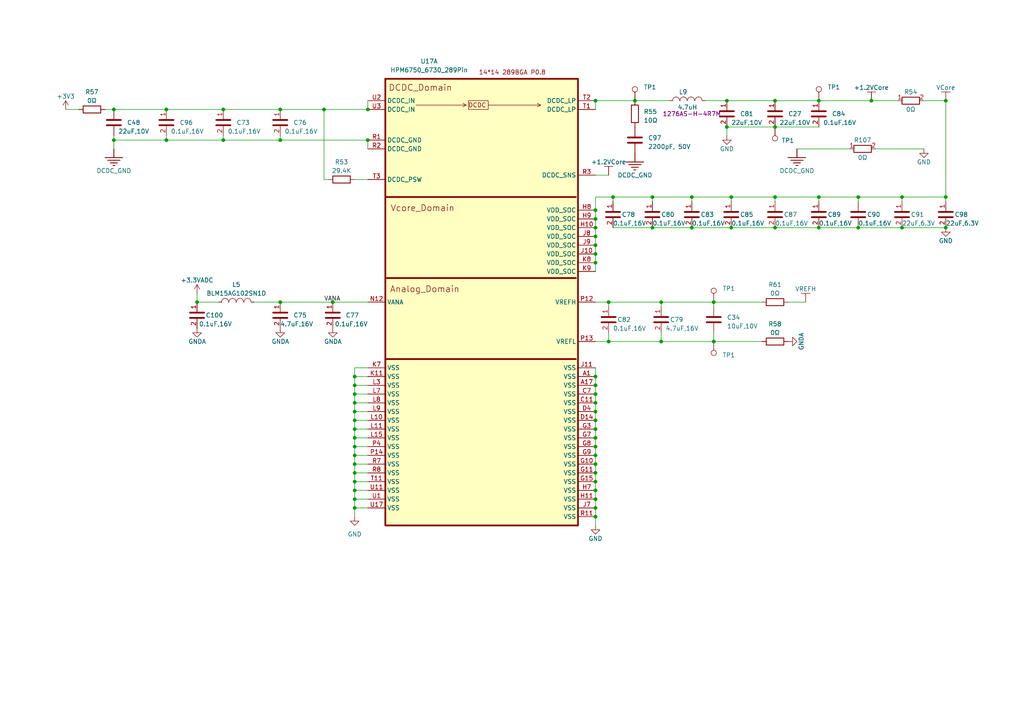
<source format=kicad_sch>
(kicad_sch (version 20230121) (generator eeschema)
  (paper "A4")
  (junction (at 274.32 66.04))
  (junction (at 102.87 121.92))
  (junction (at 207.01 87.63))
  (junction (at 224.79 29.21))
  (junction (at 172.72 73.66))
  (junction (at 212.09 66.04))
  (junction (at 172.72 63.5))
  (junction (at 172.72 127))
  (junction (at 274.32 29.21))
  (junction (at 189.23 57.15))
  (junction (at 172.72 111.76))
  (junction (at 93.98 31.75))
  (junction (at 237.49 29.21))
  (junction (at 81.28 40.64))
  (junction (at 48.26 31.75))
  (junction (at 172.72 134.62))
  (junction (at 172.72 109.22))
  (junction (at 81.28 87.63))
  (junction (at 102.87 137.16))
  (junction (at 172.72 116.84))
  (junction (at 172.72 147.32))
  (junction (at 191.77 87.63))
  (junction (at 177.8 57.15))
  (junction (at 172.72 68.58))
  (junction (at 172.72 114.3))
  (junction (at 224.79 36.83))
  (junction (at 237.49 57.15))
  (junction (at 210.82 29.21))
  (junction (at 261.62 66.04))
  (junction (at 172.72 129.54))
  (junction (at 172.72 137.16))
  (junction (at 102.87 127))
  (junction (at 184.15 29.21))
  (junction (at 102.87 116.84))
  (junction (at 172.72 29.21))
  (junction (at 102.87 129.54))
  (junction (at 64.77 31.75))
  (junction (at 176.53 87.63))
  (junction (at 252.73 29.21))
  (junction (at 172.72 144.78))
  (junction (at 172.72 121.92))
  (junction (at 102.87 124.46))
  (junction (at 224.79 66.04))
  (junction (at 57.15 87.63))
  (junction (at 207.01 99.06))
  (junction (at 106.68 31.75))
  (junction (at 172.72 66.04))
  (junction (at 102.87 109.22))
  (junction (at 33.02 31.75))
  (junction (at 200.66 66.04))
  (junction (at 237.49 66.04))
  (junction (at 106.68 40.64))
  (junction (at 102.87 111.76))
  (junction (at 96.52 87.63))
  (junction (at 102.87 139.7))
  (junction (at 224.79 57.15))
  (junction (at 176.53 99.06))
  (junction (at 172.72 60.96))
  (junction (at 102.87 142.24))
  (junction (at 102.87 114.3))
  (junction (at 172.72 124.46))
  (junction (at 33.02 40.64))
  (junction (at 172.72 149.86))
  (junction (at 212.09 57.15))
  (junction (at 102.87 147.32))
  (junction (at 261.62 57.15))
  (junction (at 172.72 119.38))
  (junction (at 189.23 66.04))
  (junction (at 172.72 142.24))
  (junction (at 48.26 40.64))
  (junction (at 102.87 134.62))
  (junction (at 172.72 132.08))
  (junction (at 172.72 76.2))
  (junction (at 102.87 144.78))
  (junction (at 274.32 57.15))
  (junction (at 248.92 66.04))
  (junction (at 102.87 119.38))
  (junction (at 64.77 40.64))
  (junction (at 102.87 132.08))
  (junction (at 172.72 71.12))
  (junction (at 172.72 139.7))
  (junction (at 248.92 57.15))
  (junction (at 81.28 31.75))
  (junction (at 191.77 99.06))
  (junction (at 200.66 57.15))
  (junction (at 210.82 36.83))
  (wire (pts (xy 204.47 29.21) (xy 210.82 29.21)))
  (wire (pts (xy 81.28 87.63) (xy 96.52 87.63)))
  (wire (pts (xy 212.09 57.15) (xy 224.79 57.15)))
  (wire (pts (xy 184.15 29.21) (xy 194.31 29.21)))
  (wire (pts (xy 191.77 88.9) (xy 191.77 87.63)))
  (wire (pts (xy 93.98 31.75) (xy 93.98 52.07)))
  (wire (pts (xy 261.62 57.15) (xy 261.62 58.42)))
  (wire (pts (xy 176.53 87.63) (xy 191.77 87.63)))
  (wire (pts (xy 102.87 129.54) (xy 102.87 132.08)))
  (wire (pts (xy 102.87 109.22) (xy 106.68 109.22)))
  (wire (pts (xy 172.72 68.58) (xy 172.72 71.12)))
  (wire (pts (xy 172.72 119.38) (xy 172.72 121.92)))
  (wire (pts (xy 248.92 66.04) (xy 261.62 66.04)))
  (wire (pts (xy 189.23 66.04) (xy 200.66 66.04)))
  (wire (pts (xy 102.87 137.16) (xy 106.68 137.16)))
  (wire (pts (xy 64.77 31.75) (xy 81.28 31.75)))
  (wire (pts (xy 237.49 66.04) (xy 248.92 66.04)))
  (wire (pts (xy 191.77 96.52) (xy 191.77 99.06)))
  (wire (pts (xy 172.72 114.3) (xy 172.72 116.84)))
  (wire (pts (xy 102.87 134.62) (xy 106.68 134.62)))
  (wire (pts (xy 102.87 116.84) (xy 106.68 116.84)))
  (wire (pts (xy 102.87 114.3) (xy 106.68 114.3)))
  (wire (pts (xy 172.72 99.06) (xy 176.53 99.06)))
  (wire (pts (xy 261.62 57.15) (xy 274.32 57.15)))
  (wire (pts (xy 191.77 99.06) (xy 207.01 99.06)))
  (wire (pts (xy 172.72 149.86) (xy 172.72 152.4)))
  (wire (pts (xy 30.48 31.75) (xy 33.02 31.75)))
  (wire (pts (xy 172.72 29.21) (xy 184.15 29.21)))
  (wire (pts (xy 57.15 87.63) (xy 57.15 85.09)))
  (wire (pts (xy 106.68 29.21) (xy 106.68 31.75)))
  (wire (pts (xy 172.72 87.63) (xy 176.53 87.63)))
  (wire (pts (xy 102.87 106.68) (xy 102.87 109.22)))
  (wire (pts (xy 207.01 87.63) (xy 207.01 88.9)))
  (wire (pts (xy 191.77 87.63) (xy 207.01 87.63)))
  (wire (pts (xy 81.28 40.64) (xy 106.68 40.64)))
  (wire (pts (xy 102.87 116.84) (xy 102.87 119.38)))
  (wire (pts (xy 248.92 57.15) (xy 261.62 57.15)))
  (wire (pts (xy 172.72 106.68) (xy 172.72 109.22)))
  (wire (pts (xy 33.02 31.75) (xy 48.26 31.75)))
  (wire (pts (xy 102.87 142.24) (xy 106.68 142.24)))
  (wire (pts (xy 33.02 40.64) (xy 33.02 43.18)))
  (wire (pts (xy 102.87 134.62) (xy 102.87 137.16)))
  (wire (pts (xy 172.72 73.66) (xy 172.72 76.2)))
  (wire (pts (xy 64.77 39.37) (xy 64.77 40.64)))
  (wire (pts (xy 33.02 40.64) (xy 48.26 40.64)))
  (wire (pts (xy 172.72 124.46) (xy 172.72 127)))
  (wire (pts (xy 274.32 58.42) (xy 274.32 57.15)))
  (wire (pts (xy 207.01 99.06) (xy 220.98 99.06)))
  (wire (pts (xy 81.28 31.75) (xy 93.98 31.75)))
  (wire (pts (xy 102.87 111.76) (xy 102.87 114.3)))
  (wire (pts (xy 248.92 57.15) (xy 248.92 58.42)))
  (wire (pts (xy 102.87 144.78) (xy 106.68 144.78)))
  (wire (pts (xy 102.87 147.32) (xy 102.87 149.86)))
  (wire (pts (xy 102.87 147.32) (xy 106.68 147.32)))
  (wire (pts (xy 224.79 29.21) (xy 237.49 29.21)))
  (wire (pts (xy 274.32 29.21) (xy 274.32 57.15)))
  (wire (pts (xy 224.79 66.04) (xy 237.49 66.04)))
  (wire (pts (xy 48.26 31.75) (xy 64.77 31.75)))
  (wire (pts (xy 207.01 87.63) (xy 220.98 87.63)))
  (wire (pts (xy 176.53 50.8) (xy 172.72 50.8)))
  (wire (pts (xy 176.53 88.9) (xy 176.53 87.63)))
  (wire (pts (xy 63.5 87.63) (xy 57.15 87.63)))
  (wire (pts (xy 172.72 57.15) (xy 172.72 60.96)))
  (wire (pts (xy 172.72 66.04) (xy 172.72 68.58)))
  (wire (pts (xy 102.87 127) (xy 102.87 129.54)))
  (wire (pts (xy 261.62 66.04) (xy 274.32 66.04)))
  (wire (pts (xy 212.09 57.15) (xy 212.09 58.42)))
  (wire (pts (xy 172.72 134.62) (xy 172.72 137.16)))
  (wire (pts (xy 102.87 114.3) (xy 102.87 116.84)))
  (wire (pts (xy 172.72 144.78) (xy 172.72 147.32)))
  (wire (pts (xy 102.87 52.07) (xy 106.68 52.07)))
  (wire (pts (xy 102.87 121.92) (xy 106.68 121.92)))
  (wire (pts (xy 95.25 52.07) (xy 93.98 52.07)))
  (wire (pts (xy 172.72 132.08) (xy 172.72 134.62)))
  (wire (pts (xy 207.01 96.52) (xy 207.01 99.06)))
  (wire (pts (xy 102.87 129.54) (xy 106.68 129.54)))
  (wire (pts (xy 224.79 36.83) (xy 237.49 36.83)))
  (wire (pts (xy 102.87 127) (xy 106.68 127)))
  (wire (pts (xy 102.87 139.7) (xy 106.68 139.7)))
  (wire (pts (xy 102.87 111.76) (xy 106.68 111.76)))
  (wire (pts (xy 106.68 40.64) (xy 106.68 43.18)))
  (wire (pts (xy 210.82 36.83) (xy 210.82 39.37)))
  (wire (pts (xy 172.72 116.84) (xy 172.72 119.38)))
  (wire (pts (xy 106.68 106.68) (xy 102.87 106.68)))
  (wire (pts (xy 172.72 109.22) (xy 172.72 111.76)))
  (wire (pts (xy 172.72 57.15) (xy 177.8 57.15)))
  (wire (pts (xy 102.87 124.46) (xy 102.87 127)))
  (wire (pts (xy 33.02 40.64) (xy 33.02 39.37)))
  (wire (pts (xy 19.05 31.75) (xy 22.86 31.75)))
  (wire (pts (xy 102.87 119.38) (xy 102.87 121.92)))
  (wire (pts (xy 102.87 124.46) (xy 106.68 124.46)))
  (wire (pts (xy 246.38 43.18) (xy 231.14 43.18)))
  (wire (pts (xy 172.72 111.76) (xy 172.72 114.3)))
  (wire (pts (xy 233.68 87.63) (xy 228.6 87.63)))
  (wire (pts (xy 81.28 39.37) (xy 81.28 40.64)))
  (wire (pts (xy 172.72 147.32) (xy 172.72 149.86)))
  (wire (pts (xy 224.79 57.15) (xy 237.49 57.15)))
  (wire (pts (xy 177.8 66.04) (xy 189.23 66.04)))
  (wire (pts (xy 252.73 29.21) (xy 260.35 29.21)))
  (wire (pts (xy 212.09 66.04) (xy 224.79 66.04)))
  (wire (pts (xy 177.8 57.15) (xy 177.8 58.42)))
  (wire (pts (xy 210.82 36.83) (xy 224.79 36.83)))
  (wire (pts (xy 189.23 57.15) (xy 189.23 58.42)))
  (wire (pts (xy 102.87 132.08) (xy 102.87 134.62)))
  (wire (pts (xy 48.26 40.64) (xy 64.77 40.64)))
  (wire (pts (xy 172.72 142.24) (xy 172.72 144.78)))
  (wire (pts (xy 172.72 121.92) (xy 172.72 124.46)))
  (wire (pts (xy 210.82 29.21) (xy 224.79 29.21)))
  (wire (pts (xy 102.87 121.92) (xy 102.87 124.46)))
  (wire (pts (xy 237.49 29.21) (xy 252.73 29.21)))
  (wire (pts (xy 102.87 109.22) (xy 102.87 111.76)))
  (wire (pts (xy 200.66 57.15) (xy 200.66 58.42)))
  (wire (pts (xy 177.8 57.15) (xy 189.23 57.15)))
  (wire (pts (xy 102.87 144.78) (xy 102.87 147.32)))
  (wire (pts (xy 172.72 76.2) (xy 172.72 78.74)))
  (wire (pts (xy 237.49 57.15) (xy 248.92 57.15)))
  (wire (pts (xy 176.53 96.52) (xy 176.53 99.06)))
  (wire (pts (xy 172.72 60.96) (xy 172.72 63.5)))
  (wire (pts (xy 93.98 31.75) (xy 106.68 31.75)))
  (wire (pts (xy 176.53 99.06) (xy 191.77 99.06)))
  (wire (pts (xy 102.87 132.08) (xy 106.68 132.08)))
  (wire (pts (xy 189.23 57.15) (xy 200.66 57.15)))
  (wire (pts (xy 172.72 137.16) (xy 172.72 139.7)))
  (wire (pts (xy 172.72 139.7) (xy 172.72 142.24)))
  (wire (pts (xy 48.26 39.37) (xy 48.26 40.64)))
  (wire (pts (xy 102.87 119.38) (xy 106.68 119.38)))
  (wire (pts (xy 237.49 57.15) (xy 237.49 58.42)))
  (wire (pts (xy 172.72 71.12) (xy 172.72 73.66)))
  (wire (pts (xy 172.72 63.5) (xy 172.72 66.04)))
  (wire (pts (xy 102.87 137.16) (xy 102.87 139.7)))
  (wire (pts (xy 64.77 40.64) (xy 81.28 40.64)))
  (wire (pts (xy 172.72 127) (xy 172.72 129.54)))
  (wire (pts (xy 200.66 66.04) (xy 212.09 66.04)))
  (wire (pts (xy 267.97 43.18) (xy 254 43.18)))
  (wire (pts (xy 267.97 29.21) (xy 274.32 29.21)))
  (wire (pts (xy 102.87 139.7) (xy 102.87 142.24)))
  (wire (pts (xy 224.79 57.15) (xy 224.79 58.42)))
  (wire (pts (xy 172.72 129.54) (xy 172.72 132.08)))
  (wire (pts (xy 73.66 87.63) (xy 81.28 87.63)))
  (wire (pts (xy 172.72 31.75) (xy 172.72 29.21)))
  (wire (pts (xy 96.52 87.63) (xy 106.68 87.63)))
  (wire (pts (xy 200.66 57.15) (xy 212.09 57.15)))
  (wire (pts (xy 102.87 142.24) (xy 102.87 144.78)))
  (label "VANA" (at 93.98 87.63 0))
  (symbol (lib_id "03_HPM_CAP:10uF,10V") (at 207.01 92.71 0) (unit 1)
    (property "Reference" "C34" (at 210.82 92.075 0) (effects (justify left)))
    (property "Value" "10uF,10V" (at 210.82 94.615 0) (effects (justify left)))
    (property "Footprint" "03_HPM_CAP:C_0603_1608Metric" (effects hide))
    (instances (project "HPM6750_ADC_EVK_RevA" (path "" (reference "C34") (unit 1)) (path "" (reference "C99") (unit 1))))
  )
  (symbol (lib_name "0.1uF,16V_11") (lib_id "03_HPM_CAP:0.1uF,16V") (at 248.92 62.23 0) (unit 1)
    (property "Reference" "C90" (at 251.46 62.23 0) (effects (justify left)))
    (property "Value" "0.1uF,16V" (at 248.92 64.77 0) (effects (justify left)))
    (property "Footprint" "03_HPM_CAP:C_0402_1005Metric" (effects hide))
    (instances (project "HPM6750_ADC_EVK_RevA" (path "" (reference "C90") (unit 1))) (project "EVK_REVC" (path "" (reference "C21") (unit 1))))
  )
  (symbol (lib_id "Connector:TestPoint") (at 207.01 87.63 0) (unit 1)
    (property "Reference" "TP1" (at 209.55 83.693 0) (effects (justify left)))
    (property "Value" "Vref_H" (effects hide))
    (property "Footprint" "TestPoint:TestPoint_Pad_D1.0mm" (effects hide))
    (instances (project "HPM6750_ADC_EVK_RevA" (path "" (reference "TP1") (unit 1)) (path "" (reference "TP14") (unit 1))))
  )
  (symbol (lib_name "0.1uF,16V_7") (lib_id "03_HPM_CAP:0.1uF,16V") (at 200.66 62.23 0) (unit 1)
    (property "Reference" "C83" (at 203.2 62.23 0) (effects (justify left)))
    (property "Value" "0.1uF,16V" (at 200.66 64.77 0) (effects (justify left)))
    (property "Footprint" "03_HPM_CAP:C_0402_1005Metric" (effects hide))
    (instances (project "HPM6750_ADC_EVK_RevA" (path "" (reference "C83") (unit 1))) (project "EVK_REVC" (path "" (reference "C16") (unit 1))))
  )
  (symbol (lib_id "power:DCDC_GND") (at 184.15 44.45 0) (unit 1)
    (property "Reference" "#PWR0163" (effects hide))
    (property "Value" "DCDC_GND" (at 189.23 50.8 0) (effects (justify right)))
    (instances (project "HPM6750_ADC_EVK_RevA" (path "" (reference "#PWR0163") (unit 1))) (project "HPM6200EVK" (path "" (reference "#PWR0258") (unit 1))))
  )
  (symbol (lib_name "4.7uF,10V_1") (lib_id "03_HPM_CAP:4.7uF,10V") (at 81.28 91.44 0) (mirror y) (unit 1)
    (property "Reference" "C75" (at 85.09 91.44 0) (effects (justify right)))
    (property "Value" "4.7uF,16V" (at 81.28 93.98 0) (effects (justify right)))
    (property "Footprint" "03_HPM_CAP:C_0402_1005Metric" (effects hide))
    (instances (project "HPM6750_ADC_EVK_RevA" (path "" (reference "C75") (unit 1))) (project "EVK_REVC" (path "" (reference "C25") (unit 1))))
  )
  (symbol (lib_name "0Ω_1") (lib_id "02_HPM_Resis:0Ω") (at 26.67 31.75 0) (unit 1)
    (property "Reference" "R57" (at 26.67 26.67 0))
    (property "Value" "0Ω" (at 26.67 29.21 0))
    (property "Footprint" "02_HPM_Resis:R_0805_2012Metric" (effects hide))
  )
  (symbol (lib_id "power:GNDA") (at 81.28 95.25 0) (unit 1)
    (property "Reference" "#PWR0144" (effects hide))
    (property "Value" "GNDA" (at 78.74 99.06 0) (effects (justify left)))
    (instances (project "HPM6750_ADC_EVK_RevA" (path "" (reference "#PWR0144") (unit 1))) (project "EVK_REVC" (path "" (reference "#PWR0114") (unit 1))))
  )
  (symbol (lib_name "0.1uF,16V_3") (lib_id "03_HPM_CAP:0.1uF,16V") (at 57.15 91.44 0) (mirror y) (unit 1)
    (property "Reference" "C100" (at 64.77 91.44 0) (effects (justify left)))
    (property "Value" "0.1uF,16V" (at 67.31 93.98 0) (effects (justify left)))
    (property "Footprint" "03_HPM_CAP:C_0402_1005Metric" (effects hide))
    (instances (project "HPM6750_ADC_EVK_RevA" (path "" (reference "C100") (unit 1))) (project "EVK_REVC" (path "" (reference "C27") (unit 1))))
  )
  (symbol (lib_name "0.1uF,16V_2") (lib_id "03_HPM_CAP:0.1uF,16V") (at 81.28 35.56 0) (unit 1)
    (property "Reference" "C76" (at 85.09 35.56 0) (effects (justify left)))
    (property "Value" "0.1uF,16V" (at 82.55 38.1 0) (effects (justify left)))
    (property "Footprint" "03_HPM_CAP:C_0402_1005Metric" (effects hide))
    (instances (project "HPM6750_ADC_EVK_RevA" (path "" (reference "C76") (unit 1))) (project "EVK_REVC" (path "" (reference "C7") (unit 1))))
  )
  (symbol (lib_id "kicad_lceda:BLM15AG102SN1D") (at 68.58 87.63 0) (unit 1)
    (property "Reference" "L5" (at 68.5546 82.55 0))
    (property "Value" "BLM15AG102SN1D" (at 68.5546 85.09 0))
    (property "Footprint" "kicad_lceda:L0402" (effects hide))
    (property "Datasheet" "http://www.szlcsc.com/product/details_78010.html" (effects hide))
    (property "SuppliersPartNumber" "C76883" (effects hide))
    (property "uuid" "std:31453510072c4f8e98ec6bbf092c7702" (effects hide))
    (instances (project "HPM6750_ADC_EVK_RevA" (path "" (reference "L5") (unit 1)) (path "" (reference "L10") (unit 1))))
  )
  (symbol (lib_name "0Ω_2") (lib_id "02_HPM_Resis:0Ω") (at 224.79 99.06 0) (unit 1)
    (property "Reference" "R58" (at 224.79 93.98 0))
    (property "Value" "0Ω" (at 224.79 96.52 0))
    (property "Footprint" "02_HPM_Resis:R_0603_1608Metric" (effects hide))
  )
  (symbol (lib_name "0.1uF,16V_3") (lib_id "03_HPM_CAP:0.1uF,16V") (at 96.52 91.44 0) (mirror y) (unit 1)
    (property "Reference" "C77" (at 104.14 91.44 0) (effects (justify left)))
    (property "Value" "0.1uF,16V" (at 106.68 93.98 0) (effects (justify left)))
    (property "Footprint" "03_HPM_CAP:C_0402_1005Metric" (effects hide))
    (instances (project "HPM6750_ADC_EVK_RevA" (path "" (reference "C77") (unit 1))) (project "EVK_REVC" (path "" (reference "C27") (unit 1))))
  )
  (symbol (lib_id "Connector:TestPoint") (at 184.15 29.21 0) (unit 1)
    (property "Reference" "TP1" (at 186.69 25.273 0) (effects (justify left)))
    (property "Value" "DCDC_LP" (effects hide))
    (property "Footprint" "TestPoint:TestPoint_Pad_D1.0mm" (effects hide))
    (instances (project "HPM6750_ADC_EVK_RevA" (path "" (reference "TP1") (unit 1)) (path "" (reference "TP11") (unit 1))))
  )
  (symbol (lib_name "0.1uF,16V_2") (lib_id "03_HPM_CAP:0.1uF,16V") (at 64.77 35.56 0) (unit 1)
    (property "Reference" "C73" (at 68.58 35.56 0) (effects (justify left)))
    (property "Value" "0.1uF,16V" (at 66.04 38.1 0) (effects (justify left)))
    (property "Footprint" "03_HPM_CAP:C_0402_1005Metric" (effects hide))
    (instances (project "HPM6750_ADC_EVK_RevA" (path "" (reference "C73") (unit 1))) (project "EVK_REVC" (path "" (reference "C7") (unit 1))))
  )
  (symbol (lib_id "power:GNDA") (at 57.15 95.25 0) (unit 1)
    (property "Reference" "#PWR0152" (effects hide))
    (property "Value" "GNDA" (at 54.61 99.06 0) (effects (justify left)))
    (instances (project "HPM6750_ADC_EVK_RevA" (path "" (reference "#PWR0152") (unit 1))) (project "EVK_REVC" (path "" (reference "#PWR0114") (unit 1))))
  )
  (symbol (lib_name "22uF,6.3V_1") (lib_id "03_HPM_CAP:22uF,6.3V") (at 274.32 62.23 0) (unit 1)
    (property "Reference" "C98" (at 276.86 62.23 0) (effects (justify left)))
    (property "Value" "22uF,6.3V" (at 274.32 64.77 0) (effects (justify left)))
    (property "Footprint" "03_HPM_CAP:C_0402_1005Metric" (effects hide))
    (instances (project "HPM6750_ADC_EVK_RevA" (path "" (reference "C98") (unit 1))) (project "EVK_REVC" (path "" (reference "C10") (unit 1))))
  )
  (symbol (lib_name "0.1uF,16V_6") (lib_id "03_HPM_CAP:0.1uF,16V") (at 177.8 62.23 0) (unit 1)
    (property "Reference" "C78" (at 180.34 62.23 0) (effects (justify left)))
    (property "Value" "0.1uF,16V" (at 177.8 64.77 0) (effects (justify left)))
    (property "Footprint" "03_HPM_CAP:C_0402_1005Metric" (effects hide))
    (instances (project "HPM6750_ADC_EVK_RevA" (path "" (reference "C78") (unit 1))) (project "EVK_REVC" (path "" (reference "C14") (unit 1))))
  )
  (symbol (lib_name "0.1uF,16V_4") (lib_id "03_HPM_CAP:0.1uF,16V") (at 237.49 33.02 0) (unit 1)
    (property "Reference" "C84" (at 241.3 33.02 0) (effects (justify left)))
    (property "Value" "0.1uF,16V" (at 238.76 35.56 0) (effects (justify left)))
    (property "Footprint" "03_HPM_CAP:C_0402_1005Metric" (effects hide))
    (instances (project "HPM6750_ADC_EVK_RevA" (path "" (reference "C84") (unit 1))) (project "EVK_REVC" (path "" (reference "C11") (unit 1))))
  )
  (symbol (lib_name "0Ω_2") (lib_id "02_HPM_Resis:0Ω") (at 224.79 87.63 0) (unit 1)
    (property "Reference" "R61" (at 224.79 82.55 0))
    (property "Value" "0Ω" (at 224.79 85.09 0))
    (property "Footprint" "02_HPM_Resis:R_0603_1608Metric" (effects hide))
  )
  (symbol (lib_name "0Ω_4") (lib_id "02_HPM_Resis:0Ω") (at 264.16 29.21 0) (unit 1)
    (property "Reference" "R54" (at 264.16 26.67 0))
    (property "Value" "0Ω" (at 264.16 31.75 0))
    (property "Footprint" "02_HPM_Resis:R_0805_2012Metric" (effects hide))
    (instances (project "HPM6750_ADC_EVK_RevA" (path "" (reference "R54") (unit 1))) (project "EVK_REVC" (path "" (reference "R443") (unit 1))))
  )
  (symbol (lib_id "03_HPM_CAP:0.1uF,16V") (at 176.53 92.71 0) (unit 1)
    (property "Reference" "C82" (at 179.07 92.71 0) (effects (justify left)))
    (property "Value" "0.1uF,16V" (at 177.8 95.25 0) (effects (justify left)))
    (property "Footprint" "03_HPM_CAP:C_0402_1005Metric" (effects hide))
    (instances (project "HPM6750_ADC_EVK_RevA" (path "" (reference "C82") (unit 1))) (project "EVK_REVC" (path "" (reference "C317") (unit 1))))
  )
  (symbol (lib_id "power:GNDA") (at 228.6 99.06 90) (unit 1)
    (property "Reference" "#PWR0150" (effects hide))
    (property "Value" "GNDA" (at 232.41 101.6 0) (effects (justify left)))
    (instances (project "HPM6750_ADC_EVK_RevA" (path "" (reference "#PWR0150") (unit 1))) (project "EVK_REVC" (path "" (reference "#PWR0116") (unit 1))))
  )
  (symbol (lib_name "0Ω_4") (lib_id "02_HPM_Resis:0Ω") (at 250.19 43.18 0) (unit 1)
    (property "Reference" "R107" (at 250.19 40.64 0))
    (property "Value" "0Ω" (at 250.19 45.72 0))
    (property "Footprint" "02_HPM_Resis:R_0805_2012Metric" (effects hide))
    (instances (project "HPM6750_ADC_EVK_RevA" (path "" (reference "R107") (unit 1))) (project "EVK_REVC" (path "" (reference "R443") (unit 1))))
  )
  (symbol (lib_id "03_HPM_CAP:22uF,10V") (at 33.02 35.56 0) (unit 1)
    (property "Reference" "C48" (at 36.83 35.56 0) (effects (justify left)))
    (property "Value" "22uF,10V" (at 34.29 38.1 0) (effects (justify left)))
    (property "Footprint" "03_HPM_CAP:C_0603_1608Metric" (effects hide))
    (instances (project "HPM6750_ADC_EVK_RevA" (path "" (reference "C48") (unit 1)) (path "" (reference "C72") (unit 1))))
  )
  (symbol (lib_id "hpm_power:+1.2VCore") (at 252.73 29.21 0) (unit 1) (in_bom no) (on_board no)
    (property "Reference" "#PWR0162" (effects hide))
    (property "Value" "+1.2VCore" (at 252.73 25.4 0))
  )
  (symbol (lib_name "22uF,6.3V_1") (lib_id "03_HPM_CAP:22uF,6.3V") (at 261.62 62.23 0) (unit 1)
    (property "Reference" "C91" (at 264.16 62.23 0) (effects (justify left)))
    (property "Value" "22uF,6.3V" (at 261.62 64.77 0) (effects (justify left)))
    (property "Footprint" "03_HPM_CAP:C_0402_1005Metric" (effects hide))
    (instances (project "HPM6750_ADC_EVK_RevA" (path "" (reference "C91") (unit 1))) (project "EVK_REVC" (path "" (reference "C10") (unit 1))))
  )
  (symbol (lib_name "0.1uF,16V_10") (lib_id "03_HPM_CAP:0.1uF,16V") (at 237.49 62.23 0) (unit 1)
    (property "Reference" "C89" (at 240.03 62.23 0) (effects (justify left)))
    (property "Value" "0.1uF,16V" (at 237.49 64.77 0) (effects (justify left)))
    (property "Footprint" "03_HPM_CAP:C_0402_1005Metric" (effects hide))
    (instances (project "HPM6750_ADC_EVK_RevA" (path "" (reference "C89") (unit 1))) (project "EVK_REVC" (path "" (reference "C20") (unit 1))))
  )
  (symbol (lib_id "02_HPM_Resis:33K") (at 99.06 52.07 0) (unit 1)
    (property "Reference" "R53" (at 99.06 46.99 0))
    (property "Value" "29.4K" (at 99.06 49.53 0))
    (property "Footprint" "02_HPM_Resis:R_0402_1005Metric" (effects hide))
  )
  (symbol (lib_name "0.1uF,16V_2") (lib_id "03_HPM_CAP:0.1uF,16V") (at 48.26 35.56 0) (unit 1)
    (property "Reference" "C96" (at 52.07 35.56 0) (effects (justify left)))
    (property "Value" "0.1uF,16V" (at 49.53 38.1 0) (effects (justify left)))
    (property "Footprint" "03_HPM_CAP:C_0402_1005Metric" (effects hide))
    (instances (project "HPM6750_ADC_EVK_RevA" (path "" (reference "C96") (unit 1))) (project "EVK_REVC" (path "" (reference "C7") (unit 1))))
  )
  (symbol (lib_name "22uF,6.3V_1") (lib_id "03_HPM_CAP:22uF,6.3V") (at 210.82 33.02 0) (unit 1)
    (property "Reference" "C81" (at 214.63 33.02 0) (effects (justify left)))
    (property "Value" "22uF,10V" (at 212.09 35.56 0) (effects (justify left)))
    (property "Footprint" "03_HPM_CAP:C_0603_1608Metric" (effects hide))
    (instances (project "HPM6750_ADC_EVK_RevA" (path "" (reference "C81") (unit 1))) (project "EVK_REVC" (path "" (reference "C10") (unit 1))))
  )
  (symbol (lib_id "02_HPM_Resis:10Ω") (at 184.15 33.02 90) (unit 1)
    (property "Reference" "R55" (at 186.69 32.385 90) (effects (justify right)))
    (property "Value" "10Ω" (at 186.69 34.925 90) (effects (justify right)))
    (property "Footprint" "02_HPM_Resis:R_0402_1005Metric" (effects hide))
  )
  (symbol (lib_name "4.7uF,10V_2") (lib_id "03_HPM_CAP:4.7uF,10V") (at 191.77 92.71 0) (unit 1)
    (property "Reference" "C79" (at 194.31 92.71 0) (effects (justify left)))
    (property "Value" "4.7uF,16V" (at 193.04 95.25 0) (effects (justify left)))
    (property "Footprint" "03_HPM_CAP:C_0402_1005Metric" (effects hide))
    (instances (project "HPM6750_ADC_EVK_RevA" (path "" (reference "C79") (unit 1))) (project "EVK_REVC" (path "" (reference "C26") (unit 1))))
  )
  (symbol (lib_id "power:DCDC_GND") (at 33.02 43.18 0) (unit 1)
    (property "Reference" "#PWR0141" (effects hide))
    (property "Value" "DCDC_GND" (at 38.1 49.53 0) (effects (justify right)))
    (instances (project "HPM6750_ADC_EVK_RevA" (path "" (reference "#PWR0141") (unit 1))) (project "HPM6200EVK" (path "" (reference "#PWR0258") (unit 1))))
  )
  (symbol (lib_id "hpm_power:VCore") (at 274.32 29.21 0) (unit 1) (in_bom no) (on_board no)
    (property "Reference" "#PWR0153" (effects hide))
    (property "Value" "VCore" (at 274.32 25.4 0))
  )
  (symbol (lib_id "power:+3.3VADC") (at 57.15 85.09 0) (unit 1)
    (property "Reference" "#PWR075" (effects hide))
    (property "Value" "+3.3VADC" (at 57.15 81.28 0))
    (instances (project "HPM6750_ADC_EVK_RevA" (path "" (reference "#PWR075") (unit 1)) (path "" (reference "#PWR0135") (unit 1))))
  )
  (symbol (lib_id "0_HPM6000_Library:HPM6750_6730_289Pin") (at 111.76 22.86 0) (unit 1)
    (property "Reference" "U17" (at 124.46 17.78 0))
    (property "Value" "HPM6750_6730_289Pin" (at 124.46 20.32 0))
    (property "Footprint" "0_HPM6000_Library:BGA-289_17x17_14.0x14.0mm" (effects hide))
  )
  (symbol (lib_id "Connector:TestPoint") (at 237.49 29.21 0) (unit 1)
    (property "Reference" "TP1" (at 240.03 25.273 0) (effects (justify left)))
    (property "Value" "VCore" (effects hide))
    (property "Footprint" "TestPoint:TestPoint_Pad_D1.0mm" (effects hide))
    (property "Datasheet" "(layers" (effects hide))
    (instances (project "HPM6750_ADC_EVK_RevA" (path "" (reference "TP1") (unit 1)) (path "" (reference "TP13") (unit 1))))
  )
  (symbol (lib_id "power:GND") (at 102.87 149.86 0) (unit 1)
    (property "Reference" "#PWR0147" (effects hide))
    (property "Value" "GND" (at 102.87 154.94 0))
    (instances (project "HPM6750_ADC_EVK_RevA" (path "" (reference "#PWR0147") (unit 1))) (project "EVK_REVC" (path "" (reference "#PWR0126") (unit 1))))
  )
  (symbol (lib_name "0.1uF,16V_8") (lib_id "03_HPM_CAP:0.1uF,16V") (at 212.09 62.23 0) (unit 1)
    (property "Reference" "C85" (at 214.63 62.23 0) (effects (justify left)))
    (property "Value" "0.1uF,16V" (at 212.09 64.77 0) (effects (justify left)))
    (property "Footprint" "03_HPM_CAP:C_0402_1005Metric" (effects hide))
    (instances (project "HPM6750_ADC_EVK_RevA" (path "" (reference "C85") (unit 1))) (project "EVK_REVC" (path "" (reference "C17") (unit 1))))
  )
  (symbol (lib_id "hpm_power:+1.2VCore") (at 176.53 50.8 0) (unit 1) (in_bom no) (on_board no)
    (property "Reference" "#PWR0161" (effects hide))
    (property "Value" "+1.2VCore" (at 176.53 46.99 0))
  )
  (symbol (lib_id "power:GND") (at 267.97 43.18 0) (unit 1)
    (property "Reference" "#PWR0215" (effects hide))
    (property "Value" "GND" (at 267.97 46.99 0))
    (instances (project "HPM6750_ADC_EVK_RevA" (path "" (reference "#PWR0215") (unit 1))) (project "EVK_REVC" (path "" (reference "#PWR0107") (unit 1))))
  )
  (symbol (lib_name "22uF,6.3V_1") (lib_id "03_HPM_CAP:22uF,6.3V") (at 224.79 33.02 0) (unit 1)
    (property "Reference" "C27" (at 228.6 33.02 0) (effects (justify left)))
    (property "Value" "22uF,10V" (at 226.06 35.56 0) (effects (justify left)))
    (property "Footprint" "03_HPM_CAP:C_0603_1608Metric" (effects hide))
    (instances (project "HPM6750_ADC_EVK_RevA" (path "" (reference "C27") (unit 1))) (project "EVK_REVC" (path "" (reference "C10") (unit 1))))
  )
  (symbol (lib_name "0.1uF,16V_9") (lib_id "03_HPM_CAP:0.1uF,16V") (at 224.79 62.23 0) (unit 1)
    (property "Reference" "C87" (at 227.33 62.23 0) (effects (justify left)))
    (property "Value" "0.1uF,16V" (at 224.79 64.77 0) (effects (justify left)))
    (property "Footprint" "03_HPM_CAP:C_0402_1005Metric" (effects hide))
    (instances (project "HPM6750_ADC_EVK_RevA" (path "" (reference "C87") (unit 1))) (project "EVK_REVC" (path "" (reference "C19") (unit 1))))
  )
  (symbol (lib_id "power:DCDC_GND") (at 231.14 43.18 0) (unit 1)
    (property "Reference" "#PWR0213" (effects hide))
    (property "Value" "DCDC_GND" (at 236.22 49.53 0) (effects (justify right)))
    (instances (project "HPM6750_ADC_EVK_RevA" (path "" (reference "#PWR0213") (unit 1))) (project "HPM6200EVK" (path "" (reference "#PWR0258") (unit 1))))
  )
  (symbol (lib_id "Connector:TestPoint") (at 224.79 36.83 180) (unit 1)
    (property "Reference" "TP1" (at 226.695 40.767 0) (effects (justify right)))
    (property "Value" "GND" (effects hide))
    (property "Footprint" "TestPoint:TestPoint_Pad_D1.0mm" (effects hide))
    (property "Datasheet" "(layers" (effects hide))
    (instances (project "HPM6750_ADC_EVK_RevA" (path "" (reference "TP1") (unit 1)) (path "" (reference "TP7") (unit 1))))
  )
  (symbol (lib_id "power:GND") (at 172.72 152.4 0) (unit 1)
    (property "Reference" "#PWR0148" (effects hide))
    (property "Value" "GND" (at 172.72 156.21 0))
    (instances (project "HPM6750_ADC_EVK_RevA" (path "" (reference "#PWR0148") (unit 1))) (project "EVK_REVC" (path "" (reference "#PWR0127") (unit 1))))
  )
  (symbol (lib_id "hpm_power:VREFH") (at 233.68 87.63 0) (unit 1) (in_bom no) (on_board no)
    (property "Reference" "#PWR092" (effects hide))
    (property "Value" "VREFH" (at 233.68 83.82 0))
    (instances (project "HPM6750_ADC_EVK_RevA" (path "" (reference "#PWR092") (unit 1)) (path "" (reference "#PWR0151") (unit 1))))
  )
  (symbol (lib_id "Connector:TestPoint") (at 207.01 99.06 180) (unit 1)
    (property "Reference" "TP1" (at 209.55 102.997 0) (effects (justify right)))
    (property "Value" "Vref_L" (effects hide))
    (property "Footprint" "TestPoint:TestPoint_Pad_D1.0mm" (effects hide))
    (instances (project "HPM6750_ADC_EVK_RevA" (path "" (reference "TP1") (unit 1)) (path "" (reference "TP10") (unit 1))))
  )
  (symbol (lib_id "power:GND") (at 210.82 39.37 0) (unit 1)
    (property "Reference" "#PWR0149" (effects hide))
    (property "Value" "GND" (at 210.82 43.18 0))
    (instances (project "HPM6750_ADC_EVK_RevA" (path "" (reference "#PWR0149") (unit 1))) (project "EVK_REVC" (path "" (reference "#PWR0107") (unit 1))))
  )
  (symbol (lib_id "07_HPM_L:SWPA3012S4R7MT") (at 199.39 29.21 0) (unit 1)
    (property "Reference" "L9" (at 198.12 26.67 0))
    (property "Value" "4.7uH" (at 199.39 31.115 0))
    (property "Footprint" "Inductor_SMD:L_1210_3225Metric" (effects hide))
    (property "SuppliersPartNumber" "C83415" (effects hide))
    (property "Model" "1276AS-H-4R7M" (at 200.66 33.02 0))
    (instances (project "HPM6750_ADC_EVK_RevA" (path "" (reference "L9") (unit 1))) (project "Four_Servo_HPM6280_MB" (path "" (reference "L6") (unit 1))))
  )
  (symbol (lib_id "power:+3V3") (at 19.05 31.75 0) (unit 1)
    (property "Reference" "#PWR049" (effects hide))
    (property "Value" "+3V3" (at 19.05 27.94 0))
    (instances (project "HPM6750_ADC_EVK_RevA" (path "" (reference "#PWR049") (unit 1)) (path "" (reference "#PWR0129") (unit 1))))
  )
  (symbol (lib_name "0.1uF,16V_6") (lib_id "03_HPM_CAP:0.1uF,16V") (at 189.23 62.23 0) (unit 1)
    (property "Reference" "C80" (at 191.77 62.23 0) (effects (justify left)))
    (property "Value" "0.1uF,16V" (at 189.23 64.77 0) (effects (justify left)))
    (property "Footprint" "03_HPM_CAP:C_0402_1005Metric" (effects hide))
    (instances (project "HPM6750_ADC_EVK_RevA" (path "" (reference "C80") (unit 1))) (project "EVK_REVC" (path "" (reference "C15") (unit 1))))
  )
  (symbol (lib_id "power:GND") (at 274.32 66.04 0) (unit 1)
    (property "Reference" "#PWR0155" (effects hide))
    (property "Value" "GND" (at 274.32 69.85 0))
    (instances (project "HPM6750_ADC_EVK_RevA" (path "" (reference "#PWR0155") (unit 1))) (project "EVK_REVC" (path "" (reference "#PWR0107") (unit 1))))
  )
  (symbol (lib_id "power:GNDA") (at 96.52 95.25 0) (unit 1)
    (property "Reference" "#PWR0146" (effects hide))
    (property "Value" "GNDA" (at 93.98 99.06 0) (effects (justify left)))
    (instances (project "HPM6750_ADC_EVK_RevA" (path "" (reference "#PWR0146") (unit 1))) (project "EVK_REVC" (path "" (reference "#PWR0113") (unit 1))))
  )
  (symbol (lib_id "03_HPM_CAP:2200pF") (at 184.15 40.64 0) (unit 1)
    (property "Reference" "C97" (at 187.96 40.005 0) (effects (justify left)))
    (property "Value" "2200pF, 50V" (at 187.96 42.545 0) (effects (justify left)))
    (property "Footprint" "03_HPM_CAP:C_0402_1005Metric" (effects hide))
  )
)
</source>
